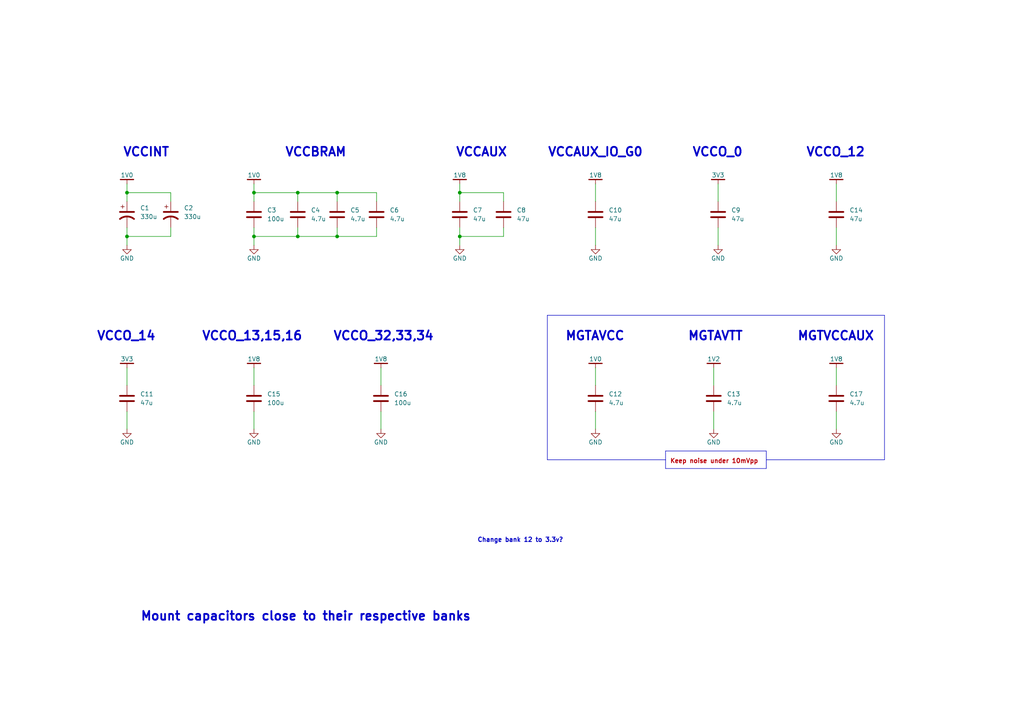
<source format=kicad_sch>
(kicad_sch (version 20230121) (generator eeschema)
  (paper "A4")
  (title_block (title "FPGA Decoupling Capacitors") (date "2023-12-22") (rev "A") (company "Jordan Harris-Toovy") (comment 1 "Mainboard for Capstone Project at Oregon Tech"))
  (lib_symbols
    (symbol "Capstone_Library:1V0" (power) (pin_numbers hide) (pin_names (offset 0) hide) (in_bom no) (on_board no)
      (property "Value" "1V0" (at 0 1.27 0))
      (symbol "1V0_0_1"
        (polyline (pts (xy 0 0) (xy 0 -1.27)))
      )
      (symbol "1V0_1_1"
        (polyline (pts (xy -1.905 0) (xy 1.905 0)) (stroke (width 0.35)))
        (pin power_in line (at 0 -1.27 90) (length 1.27) hide (name "1V0") (number "1"))
      )
    )
    (symbol "Capstone_Library:1V2" (power) (pin_numbers hide) (pin_names (offset 0) hide) (in_bom no) (on_board no)
      (property "Value" "1V2" (at 0 1.27 0))
      (symbol "1V2_0_1"
        (polyline (pts (xy 0 0) (xy 0 -1.27)))
      )
      (symbol "1V2_1_1"
        (polyline (pts (xy -1.905 0) (xy 1.905 0)) (stroke (width 0.35)))
        (pin power_in line (at 0 -1.27 90) (length 1.27) hide (name "1V2") (number "1"))
      )
    )
    (symbol "Capstone_Library:1V8" (power) (pin_numbers hide) (pin_names (offset 0) hide) (in_bom no) (on_board no)
      (property "Value" "1V8" (at 0 1.27 0))
      (symbol "1V8_0_1"
        (polyline (pts (xy 0 0) (xy 0 -1.27)))
      )
      (symbol "1V8_1_1"
        (polyline (pts (xy -1.905 0) (xy 1.905 0)) (stroke (width 0.35)))
        (pin power_in line (at 0 -1.27 90) (length 1.27) hide (name "1V8") (number "1"))
      )
    )
    (symbol "Capstone_Library:3V3" (power) (pin_numbers hide) (pin_names (offset 0) hide) (in_bom no) (on_board no)
      (property "Value" "3V3" (at 0 1.27 0))
      (symbol "3V3_0_1"
        (polyline (pts (xy 0 0) (xy 0 -1.27)))
      )
      (symbol "3V3_1_1"
        (polyline (pts (xy -1.905 0) (xy 1.905 0)) (stroke (width 0.35)))
        (pin power_in line (at 0 -1.27 90) (length 1.27) hide (name "3V3") (number "1"))
      )
    )
    (symbol "Device:C" (pin_numbers hide) (pin_names (offset 0.254))
      (property "Reference" "C" (at 0.635 2.54 0))
      (property "Value" "C" (at 0.635 -2.54 0))
      (symbol "C_0_1"
        (polyline (pts (xy -2.032 -0.762) (xy 2.032 -0.762)) (stroke (width 0.508)))
        (polyline (pts (xy -2.032 0.762) (xy 2.032 0.762)) (stroke (width 0.508)))
      )
      (symbol "C_1_1"
        (pin passive line (at 0 3.81 270) (length 2.794) (name "~") (number "1"))
        (pin passive line (at 0 -3.81 90) (length 2.794) (name "~") (number "2"))
      )
    )
    (symbol "Device:C_Polarized_US" (pin_numbers hide) (pin_names (offset 0.254) hide)
      (property "Reference" "C" (at 0.635 2.54 0))
      (property "Value" "C_Polarized_US" (at 0.635 -2.54 0))
      (symbol "C_Polarized_US_0_1"
        (polyline (pts (xy -2.032 0.762) (xy 2.032 0.762)) (stroke (width 0.508)))
        (polyline (pts (xy -1.778 2.286) (xy -0.762 2.286)))
        (polyline (pts (xy -1.27 1.778) (xy -1.27 2.794)))
        (arc (start 2.032 -1.27) (mid 0 -0.5572) (end -2.032 -1.27) (stroke (width 0.508)))
      )
      (symbol "C_Polarized_US_1_1"
        (pin passive line (at 0 3.81 270) (length 2.794) (name "~") (number "1"))
        (pin passive line (at 0 -3.81 90) (length 3.302) (name "~") (number "2"))
      )
    )
    (symbol "power:GND" (power) (pin_names (offset 0))
      (property "Value" "GND" (at 0 -3.81 0))
      (symbol "GND_0_1"
        (polyline (pts (xy 0 0) (xy 0 -1.27) (xy 1.27 -1.27) (xy 0 -2.54) (xy -1.27 -1.27) (xy 0 -1.27)))
      )
      (symbol "GND_1_1"
        (pin power_in line (at 0 0 270) (length 0) hide (name "GND") (number "1"))
      )
    )
  )
  (junction (at 86.36 68.58))
  (junction (at 36.83 55.88))
  (junction (at 133.35 55.88))
  (junction (at 133.35 68.58))
  (junction (at 36.83 68.58))
  (junction (at 86.36 55.88))
  (junction (at 73.66 55.88))
  (junction (at 73.66 68.58))
  (junction (at 97.79 55.88))
  (junction (at 97.79 68.58))
  (wire (pts (xy 49.53 66.04) (xy 49.53 68.58)))
  (wire (pts (xy 73.66 119.38) (xy 73.66 124.46)))
  (wire (pts (xy 97.79 55.88) (xy 86.36 55.88)))
  (wire (pts (xy 109.22 66.04) (xy 109.22 68.58)))
  (wire (pts (xy 73.66 68.58) (xy 73.66 66.04)))
  (polyline (pts (xy 222.25 133.35) (xy 256.54 133.35)))
  (wire (pts (xy 73.66 53.34) (xy 73.66 55.88)))
  (wire (pts (xy 133.35 55.88) (xy 133.35 58.42)))
  (wire (pts (xy 110.49 106.68) (xy 110.49 111.76)))
  (wire (pts (xy 49.53 68.58) (xy 36.83 68.58)))
  (polyline (pts (xy 222.25 130.81) (xy 222.25 133.35)))
  (wire (pts (xy 73.66 55.88) (xy 86.36 55.88)))
  (wire (pts (xy 133.35 68.58) (xy 133.35 71.12)))
  (wire (pts (xy 86.36 58.42) (xy 86.36 55.88)))
  (wire (pts (xy 73.66 106.68) (xy 73.66 111.76)))
  (wire (pts (xy 133.35 68.58) (xy 146.05 68.58)))
  (polyline (pts (xy 256.54 133.35) (xy 256.54 91.44)))
  (wire (pts (xy 36.83 68.58) (xy 36.83 66.04)))
  (wire (pts (xy 172.72 66.04) (xy 172.72 71.12)))
  (wire (pts (xy 146.05 66.04) (xy 146.05 68.58)))
  (wire (pts (xy 86.36 68.58) (xy 97.79 68.58)))
  (wire (pts (xy 133.35 53.34) (xy 133.35 55.88)))
  (wire (pts (xy 36.83 55.88) (xy 49.53 55.88)))
  (wire (pts (xy 73.66 68.58) (xy 86.36 68.58)))
  (wire (pts (xy 109.22 55.88) (xy 97.79 55.88)))
  (wire (pts (xy 36.83 68.58) (xy 36.83 71.12)))
  (wire (pts (xy 110.49 119.38) (xy 110.49 124.46)))
  (wire (pts (xy 242.57 53.34) (xy 242.57 58.42)))
  (wire (pts (xy 172.72 106.68) (xy 172.72 111.76)))
  (wire (pts (xy 97.79 68.58) (xy 109.22 68.58)))
  (wire (pts (xy 172.72 53.34) (xy 172.72 58.42)))
  (wire (pts (xy 36.83 53.34) (xy 36.83 55.88)))
  (polyline (pts (xy 158.75 133.35) (xy 193.04 133.35)))
  (wire (pts (xy 242.57 119.38) (xy 242.57 124.46)))
  (wire (pts (xy 73.66 68.58) (xy 73.66 71.12)))
  (wire (pts (xy 86.36 66.04) (xy 86.36 68.58)))
  (wire (pts (xy 36.83 119.38) (xy 36.83 124.46)))
  (wire (pts (xy 172.72 119.38) (xy 172.72 124.46)))
  (wire (pts (xy 49.53 58.42) (xy 49.53 55.88)))
  (polyline (pts (xy 158.75 91.44) (xy 158.75 133.35)))
  (wire (pts (xy 208.28 66.04) (xy 208.28 71.12)))
  (wire (pts (xy 242.57 66.04) (xy 242.57 71.12)))
  (wire (pts (xy 133.35 68.58) (xy 133.35 66.04)))
  (wire (pts (xy 208.28 53.34) (xy 208.28 58.42)))
  (wire (pts (xy 146.05 58.42) (xy 146.05 55.88)))
  (wire (pts (xy 97.79 66.04) (xy 97.79 68.58)))
  (wire (pts (xy 36.83 55.88) (xy 36.83 58.42)))
  (wire (pts (xy 36.83 106.68) (xy 36.83 111.76)))
  (wire (pts (xy 207.01 106.68) (xy 207.01 111.76)))
  (wire (pts (xy 97.79 58.42) (xy 97.79 55.88)))
  (polyline (pts (xy 193.04 130.81) (xy 222.25 130.81)))
  (polyline (pts (xy 222.25 133.35) (xy 222.25 135.89)))
  (wire (pts (xy 207.01 119.38) (xy 207.01 124.46)))
  (polyline (pts (xy 193.04 133.35) (xy 193.04 130.81)))
  (polyline (pts (xy 256.54 91.44) (xy 158.75 91.44)))
  (wire (pts (xy 133.35 55.88) (xy 146.05 55.88)))
  (polyline (pts (xy 222.25 135.89) (xy 193.04 135.89)))
  (polyline (pts (xy 193.04 135.89) (xy 193.04 133.35)))
  (wire (pts (xy 242.57 106.68) (xy 242.57 111.76)))
  (wire (pts (xy 109.22 58.42) (xy 109.22 55.88)))
  (wire (pts (xy 73.66 55.88) (xy 73.66 58.42)))
  (text "MGTAVTT" (at 199.39 99.06 0) (effects (font (size 2.54 2.54) bold) (justify left bottom)))
  (text "VCCAUX_IO_G0" (at 158.75 45.72 0) (effects (font (size 2.54 2.54) bold) (justify left bottom)))
  (text "VCCINT" (at 35.56 45.72 0) (effects (font (size 2.54 2.54) bold) (justify left bottom)))
  (text "Change bank 12 to 3.3v?" (at 138.43 157.48 0) (effects (font (size 1.27 1.27) bold) (justify left bottom)))
  (text "Mount capacitors close to their respective banks" (at 40.64 180.34 0) (effects (font (size 2.54 2.54) bold) (justify left bottom)))
  (text "VCCBRAM" (at 82.55 45.72 0) (effects (font (size 2.54 2.54) bold) (justify left bottom)))
  (text "MGTVCCAUX" (at 231.14 99.06 0) (effects (font (size 2.54 2.54) bold) (justify left bottom)))
  (text "VCCO_32,33,34" (at 96.52 99.06 0) (effects (font (size 2.54 2.54) bold) (justify left bottom)))
  (text "VCCO_14" (at 27.94 99.06 0) (effects (font (size 2.54 2.54) bold) (justify left bottom)))
  (text "Keep noise under 10mVpp" (at 194.31 134.62 0) (effects (font (size 1.27 1.27) (thickness 0.254) bold) (justify left bottom)))
  (text "VCCO_0" (at 200.66 45.72 0) (effects (font (size 2.54 2.54) bold) (justify left bottom)))
  (text "VCCO_12" (at 233.68 45.72 0) (effects (font (size 2.54 2.54) bold) (justify left bottom)))
  (text "VCCO_13,15,16" (at 58.42 99.06 0) (effects (font (size 2.54 2.54) bold) (justify left bottom)))
  (text "VCCAUX" (at 132.08 45.72 0) (effects (font (size 2.54 2.54) bold) (justify left bottom)))
  (text "MGTAVCC" (at 163.83 99.06 0) (effects (font (size 2.54 2.54) bold) (justify left bottom)))
  (symbol (lib_id "Device:C_Polarized_US") (at 49.53 62.23 0) (unit 1)
    (property "Reference" "C2" (at 53.34 60.325 0) (effects (justify left)))
    (property "Value" "330u" (at 53.34 62.865 0) (effects (justify left)))
    (property "Footprint" "Capacitor_Tantalum_SMD:CP_EIA-7343-20_Kemet-V" (effects hide))
    (property "Datasheet" "https://connect.kemet.com:7667/gateway/IntelliData-ComponentDocumentation/1.0/download/specsheet/T520V337M2R5ATE025" (effects hide))
    (property "Part Number" "T520V337M2R5ATE025" (effects hide))
  )
  (symbol (lib_id "Device:C") (at 36.83 115.57 0) (unit 1)
    (property "Reference" "C11" (at 40.64 114.3 0) (effects (justify left)))
    (property "Value" "47u" (at 40.64 116.84 0) (effects (justify left)))
    (property "Footprint" "Capacitor_SMD:C_1206_3216Metric" (effects hide))
    (property "Datasheet" "https://search.murata.co.jp/Ceramy/image/img/A01X/G101/ENG/GRM32ER70J476ME20-01.pdf" (effects hide))
    (property "Part Number" "GRM32ER70J476ME20L" (effects hide))
  )
  (symbol (lib_id "Device:C") (at 146.05 62.23 0) (unit 1)
    (property "Reference" "C8" (at 149.86 60.96 0) (effects (justify left)))
    (property "Value" "47u" (at 149.86 63.5 0) (effects (justify left)))
    (property "Footprint" "Capacitor_SMD:C_1206_3216Metric" (effects hide))
    (property "Datasheet" "https://search.murata.co.jp/Ceramy/image/img/A01X/G101/ENG/GRM32ER70J476ME20-01.pdf" (effects hide))
    (property "Part Number" "GRM32ER70J476ME20L" (effects hide))
  )
  (symbol (lib_id "power:GND") (at 110.49 124.46 0) (unit 1)
    (property "Reference" "#PWR068" (effects hide))
    (property "Value" "GND" (at 110.49 128.27 0))
  )
  (symbol (lib_id "Device:C") (at 73.66 115.57 0) (unit 1)
    (property "Reference" "C15" (at 77.47 114.3 0) (effects (justify left)))
    (property "Value" "100u" (at 77.47 116.84 0) (effects (justify left)))
    (property "Footprint" "Capacitor_SMD:C_1210_3225Metric" (effects hide))
    (property "Datasheet" "https://search.murata.co.jp/Ceramy/image/img/A01X/G101/ENG/GRM32ER60J107ME20-01.pdf" (effects hide))
    (property "Part Number" "GRM32ER60J107ME20L" (effects hide))
  )
  (symbol (lib_id "Capstone_Library:1V8") (at 172.72 52.07 0) (unit 1) (in_bom no) (on_board no)
    (property "Reference" "#PWR020" (effects hide))
    (property "Value" "1V8" (at 172.72 50.8 0))
    (instances (project "Capstone_Project_Mainboard" (path "" (reference "#PWR020") (unit 1)) (path "" (reference "#PWR059") (unit 1))))
  )
  (symbol (lib_id "power:GND") (at 242.57 124.46 0) (unit 1)
    (property "Reference" "#PWR052" (effects hide))
    (property "Value" "GND" (at 242.57 128.27 0))
  )
  (symbol (lib_id "Device:C_Polarized_US") (at 36.83 62.23 0) (unit 1)
    (property "Reference" "C1" (at 40.64 60.325 0) (effects (justify left)))
    (property "Value" "330u" (at 40.64 62.865 0) (effects (justify left)))
    (property "Footprint" "Capacitor_Tantalum_SMD:CP_EIA-7343-20_Kemet-V" (effects hide))
    (property "Datasheet" "https://connect.kemet.com:7667/gateway/IntelliData-ComponentDocumentation/1.0/download/specsheet/T520V337M2R5ATE025" (effects hide))
    (property "Part Number" "T520V337M2R5ATE025" (effects hide))
  )
  (symbol (lib_id "Capstone_Library:1V8") (at 242.57 105.41 0) (unit 1) (in_bom no) (on_board no)
    (property "Reference" "#PWR020" (effects hide))
    (property "Value" "1V8" (at 242.57 104.14 0))
    (instances (project "Capstone_Project_Mainboard" (path "" (reference "#PWR020") (unit 1)) (path "" (reference "#PWR069") (unit 1))))
  )
  (symbol (lib_id "power:GND") (at 73.66 124.46 0) (unit 1)
    (property "Reference" "#PWR066" (effects hide))
    (property "Value" "GND" (at 73.66 128.27 0))
  )
  (symbol (lib_id "Capstone_Library:3V3") (at 208.28 52.07 0) (unit 1) (in_bom no) (on_board no)
    (property "Reference" "#PWR03" (effects hide))
    (property "Value" "3V3" (at 208.28 50.8 0))
    (instances (project "Capstone_Project_Mainboard" (path "" (reference "#PWR03") (unit 1)) (path "" (reference "#PWR04") (unit 1)) (path "" (reference "#PWR061") (unit 1))))
  )
  (symbol (lib_id "Capstone_Library:1V8") (at 242.57 52.07 0) (unit 1) (in_bom no) (on_board no)
    (property "Reference" "#PWR020" (effects hide))
    (property "Value" "1V8" (at 242.57 50.8 0))
    (instances (project "Capstone_Project_Mainboard" (path "" (reference "#PWR020") (unit 1)) (path "" (reference "#PWR070") (unit 1))))
  )
  (symbol (lib_id "power:GND") (at 208.28 71.12 0) (unit 1)
    (property "Reference" "#PWR062" (effects hide))
    (property "Value" "GND" (at 208.28 74.93 0))
  )
  (symbol (lib_id "Capstone_Library:1V2") (at 207.01 105.41 0) (unit 1) (in_bom no) (on_board no)
    (property "Reference" "#PWR017" (effects hide))
    (property "Value" "1V2" (at 207.01 104.14 0))
    (instances (project "Capstone_Project_Mainboard" (path "" (reference "#PWR017") (unit 1)) (path "" (reference "#PWR072") (unit 1))))
  )
  (symbol (lib_id "Device:C") (at 86.36 62.23 0) (unit 1)
    (property "Reference" "C4" (at 90.17 60.96 0) (effects (justify left)))
    (property "Value" "4.7u" (at 90.17 63.5 0) (effects (justify left)))
    (property "Footprint" "Capacitor_SMD:C_0805_2012Metric" (effects hide))
    (property "Datasheet" "https://search.murata.co.jp/Ceramy/image/img/A01X/G101/ENG/GRM21BR71C475KE51-01.pdf" (effects hide))
    (property "Part Number" "GRM21BR71C475KE51L" (effects hide))
  )
  (symbol (lib_id "Device:C") (at 172.72 115.57 0) (unit 1)
    (property "Reference" "C12" (at 176.53 114.3 0) (effects (justify left)))
    (property "Value" "4.7u" (at 176.53 116.84 0) (effects (justify left)))
    (property "Footprint" "Capacitor_SMD:C_0805_2012Metric" (effects hide))
    (property "Datasheet" "https://search.murata.co.jp/Ceramy/image/img/A01X/G101/ENG/GRM21BR71C475KE51-01.pdf" (effects hide))
    (property "Part Number" "GRM21BR71C475KE51L" (effects hide))
  )
  (symbol (lib_id "Device:C") (at 73.66 62.23 0) (unit 1)
    (property "Reference" "C3" (at 77.47 60.96 0) (effects (justify left)))
    (property "Value" "100u" (at 77.47 63.5 0) (effects (justify left)))
    (property "Footprint" "Capacitor_SMD:C_1210_3225Metric" (effects hide))
    (property "Datasheet" "https://search.murata.co.jp/Ceramy/image/img/A01X/G101/ENG/GRM32ER60J107ME20-01.pdf" (effects hide))
    (property "Part Number" "GRM32ER60J107ME20L" (effects hide))
  )
  (symbol (lib_id "Device:C") (at 242.57 115.57 0) (unit 1)
    (property "Reference" "C17" (at 246.38 114.3 0) (effects (justify left)))
    (property "Value" "4.7u" (at 246.38 116.84 0) (effects (justify left)))
    (property "Footprint" "Capacitor_SMD:C_0805_2012Metric" (effects hide))
    (property "Datasheet" "https://search.murata.co.jp/Ceramy/image/img/A01X/G101/ENG/GRM21BR71C475KE51-01.pdf" (effects hide))
    (property "Part Number" "GRM21BR71C475KE51L" (effects hide))
  )
  (symbol (lib_id "Capstone_Library:1V8") (at 110.49 105.41 0) (unit 1) (in_bom no) (on_board no)
    (property "Reference" "#PWR020" (effects hide))
    (property "Value" "1V8" (at 110.49 104.14 0))
    (instances (project "Capstone_Project_Mainboard" (path "" (reference "#PWR020") (unit 1)) (path "" (reference "#PWR067") (unit 1))))
  )
  (symbol (lib_id "power:GND") (at 36.83 71.12 0) (unit 1)
    (property "Reference" "#PWR054" (effects hide))
    (property "Value" "GND" (at 36.83 74.93 0))
  )
  (symbol (lib_id "power:GND") (at 36.83 124.46 0) (unit 1)
    (property "Reference" "#PWR064" (effects hide))
    (property "Value" "GND" (at 36.83 128.27 0))
  )
  (symbol (lib_id "Device:C") (at 110.49 115.57 0) (unit 1)
    (property "Reference" "C16" (at 114.3 114.3 0) (effects (justify left)))
    (property "Value" "100u" (at 114.3 116.84 0) (effects (justify left)))
    (property "Footprint" "Capacitor_SMD:C_1210_3225Metric" (effects hide))
    (property "Datasheet" "https://search.murata.co.jp/Ceramy/image/img/A01X/G101/ENG/GRM32ER60J107ME20-01.pdf" (effects hide))
    (property "Part Number" "GRM32ER60J107ME20L" (effects hide))
  )
  (symbol (lib_id "power:GND") (at 207.01 124.46 0) (unit 1)
    (property "Reference" "#PWR051" (effects hide))
    (property "Value" "GND" (at 207.01 128.27 0))
  )
  (symbol (lib_id "Capstone_Library:1V8") (at 133.35 52.07 0) (unit 1) (in_bom no) (on_board no)
    (property "Reference" "#PWR020" (effects hide))
    (property "Value" "1V8" (at 133.35 50.8 0))
    (instances (project "Capstone_Project_Mainboard" (path "" (reference "#PWR020") (unit 1)) (path "" (reference "#PWR057") (unit 1))))
  )
  (symbol (lib_id "Device:C") (at 242.57 62.23 0) (unit 1)
    (property "Reference" "C14" (at 246.38 60.96 0) (effects (justify left)))
    (property "Value" "47u" (at 246.38 63.5 0) (effects (justify left)))
    (property "Footprint" "Capacitor_SMD:C_1206_3216Metric" (effects hide))
    (property "Datasheet" "https://search.murata.co.jp/Ceramy/image/img/A01X/G101/ENG/GRM32ER70J476ME20-01.pdf" (effects hide))
    (property "Part Number" "GRM32ER70J476ME20L" (effects hide))
  )
  (symbol (lib_id "Device:C") (at 207.01 115.57 0) (unit 1)
    (property "Reference" "C13" (at 210.82 114.3 0) (effects (justify left)))
    (property "Value" "4.7u" (at 210.82 116.84 0) (effects (justify left)))
    (property "Footprint" "Capacitor_SMD:C_0805_2012Metric" (effects hide))
    (property "Datasheet" "https://search.murata.co.jp/Ceramy/image/img/A01X/G101/ENG/GRM21BR71C475KE51-01.pdf" (effects hide))
    (property "Part Number" "GRM21BR71C475KE51L" (effects hide))
  )
  (symbol (lib_id "Capstone_Library:1V0") (at 36.83 52.07 0) (unit 1) (in_bom no) (on_board no)
    (property "Reference" "#PWR012" (effects hide))
    (property "Value" "1V0" (at 36.83 50.8 0))
    (instances (project "Capstone_Project_Mainboard" (path "" (reference "#PWR012") (unit 1)) (path "" (reference "#PWR053") (unit 1))))
  )
  (symbol (lib_id "Device:C") (at 172.72 62.23 0) (unit 1)
    (property "Reference" "C10" (at 176.53 60.96 0) (effects (justify left)))
    (property "Value" "47u" (at 176.53 63.5 0) (effects (justify left)))
    (property "Footprint" "Capacitor_SMD:C_1206_3216Metric" (effects hide))
    (property "Datasheet" "https://search.murata.co.jp/Ceramy/image/img/A01X/G101/ENG/GRM32ER70J476ME20-01.pdf" (effects hide))
    (property "Part Number" "GRM32ER70J476ME20L" (effects hide))
  )
  (symbol (lib_id "power:GND") (at 172.72 124.46 0) (unit 1)
    (property "Reference" "#PWR050" (effects hide))
    (property "Value" "GND" (at 172.72 128.27 0))
  )
  (symbol (lib_id "Device:C") (at 97.79 62.23 0) (unit 1)
    (property "Reference" "C5" (at 101.6 60.96 0) (effects (justify left)))
    (property "Value" "4.7u" (at 101.6 63.5 0) (effects (justify left)))
    (property "Footprint" "Capacitor_SMD:C_0805_2012Metric" (effects hide))
    (property "Datasheet" "https://search.murata.co.jp/Ceramy/image/img/A01X/G101/ENG/GRM21BR71C475KE51-01.pdf" (effects hide))
    (property "Part Number" "GRM21BR71C475KE51L" (effects hide))
  )
  (symbol (lib_id "Capstone_Library:1V0") (at 73.66 52.07 0) (unit 1) (in_bom no) (on_board no)
    (property "Reference" "#PWR012" (effects hide))
    (property "Value" "1V0" (at 73.66 50.8 0))
    (instances (project "Capstone_Project_Mainboard" (path "" (reference "#PWR012") (unit 1)) (path "" (reference "#PWR055") (unit 1))))
  )
  (symbol (lib_id "Device:C") (at 109.22 62.23 0) (unit 1)
    (property "Reference" "C6" (at 113.03 60.96 0) (effects (justify left)))
    (property "Value" "4.7u" (at 113.03 63.5 0) (effects (justify left)))
    (property "Footprint" "Capacitor_SMD:C_0805_2012Metric" (effects hide))
    (property "Datasheet" "https://search.murata.co.jp/Ceramy/image/img/A01X/G101/ENG/GRM21BR71C475KE51-01.pdf" (effects hide))
    (property "Part Number" "GRM21BR71C475KE51L" (effects hide))
  )
  (symbol (lib_id "power:GND") (at 133.35 71.12 0) (unit 1)
    (property "Reference" "#PWR058" (effects hide))
    (property "Value" "GND" (at 133.35 74.93 0))
  )
  (symbol (lib_id "Device:C") (at 208.28 62.23 0) (unit 1)
    (property "Reference" "C9" (at 212.09 60.96 0) (effects (justify left)))
    (property "Value" "47u" (at 212.09 63.5 0) (effects (justify left)))
    (property "Footprint" "Capacitor_SMD:C_1206_3216Metric" (effects hide))
    (property "Datasheet" "https://search.murata.co.jp/Ceramy/image/img/A01X/G101/ENG/GRM32ER70J476ME20-01.pdf" (effects hide))
    (property "Part Number" "GRM32ER70J476ME20L" (effects hide))
  )
  (symbol (lib_id "power:GND") (at 242.57 71.12 0) (unit 1)
    (property "Reference" "#PWR049" (effects hide))
    (property "Value" "GND" (at 242.57 74.93 0))
  )
  (symbol (lib_id "power:GND") (at 172.72 71.12 0) (unit 1)
    (property "Reference" "#PWR060" (effects hide))
    (property "Value" "GND" (at 172.72 74.93 0))
  )
  (symbol (lib_id "power:GND") (at 73.66 71.12 0) (unit 1)
    (property "Reference" "#PWR056" (effects hide))
    (property "Value" "GND" (at 73.66 74.93 0))
  )
  (symbol (lib_id "Capstone_Library:1V0") (at 172.72 105.41 0) (unit 1) (in_bom no) (on_board no)
    (property "Reference" "#PWR012" (effects hide))
    (property "Value" "1V0" (at 172.72 104.14 0))
    (instances (project "Capstone_Project_Mainboard" (path "" (reference "#PWR012") (unit 1)) (path "" (reference "#PWR071") (unit 1))))
  )
  (symbol (lib_id "Capstone_Library:1V8") (at 73.66 105.41 0) (unit 1) (in_bom no) (on_board no)
    (property "Reference" "#PWR020" (effects hide))
    (property "Value" "1V8" (at 73.66 104.14 0))
    (instances (project "Capstone_Project_Mainboard" (path "" (reference "#PWR020") (unit 1)) (path "" (reference "#PWR065") (unit 1))))
  )
  (symbol (lib_id "Device:C") (at 133.35 62.23 0) (unit 1)
    (property "Reference" "C7" (at 137.16 60.96 0) (effects (justify left)))
    (property "Value" "47u" (at 137.16 63.5 0) (effects (justify left)))
    (property "Footprint" "Capacitor_SMD:C_1206_3216Metric" (effects hide))
    (property "Datasheet" "https://search.murata.co.jp/Ceramy/image/img/A01X/G101/ENG/GRM32ER70J476ME20-01.pdf" (effects hide))
    (property "Part Number" "GRM32ER70J476ME20L" (effects hide))
  )
  (symbol (lib_id "Capstone_Library:3V3") (at 36.83 105.41 0) (unit 1) (in_bom no) (on_board no)
    (property "Reference" "#PWR03" (effects hide))
    (property "Value" "3V3" (at 36.83 104.14 0))
    (instances (project "Capstone_Project_Mainboard" (path "" (reference "#PWR03") (unit 1)) (path "" (reference "#PWR04") (unit 1)) (path "" (reference "#PWR063") (unit 1))))
  )
)
</source>
